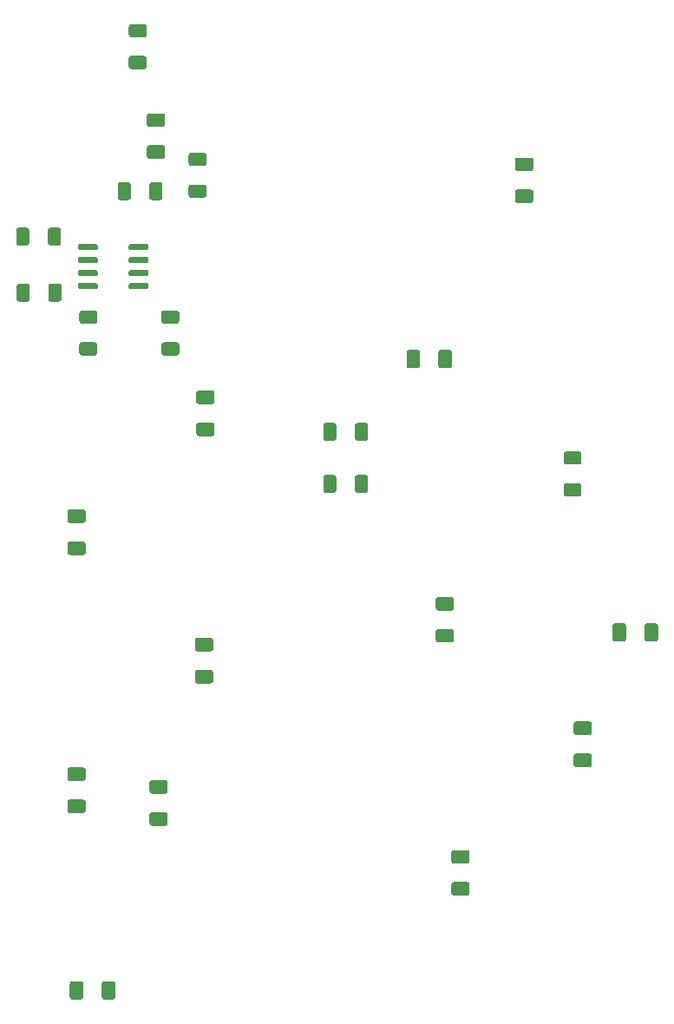
<source format=gbr>
%TF.GenerationSoftware,KiCad,Pcbnew,5.1.10-88a1d61d58~90~ubuntu20.04.1*%
%TF.CreationDate,2021-08-12T20:42:09+10:00*%
%TF.ProjectId,LaserPID,4c617365-7250-4494-942e-6b696361645f,rev?*%
%TF.SameCoordinates,Original*%
%TF.FileFunction,Paste,Top*%
%TF.FilePolarity,Positive*%
%FSLAX46Y46*%
G04 Gerber Fmt 4.6, Leading zero omitted, Abs format (unit mm)*
G04 Created by KiCad (PCBNEW 5.1.10-88a1d61d58~90~ubuntu20.04.1) date 2021-08-12 20:42:09*
%MOMM*%
%LPD*%
G01*
G04 APERTURE LIST*
G04 APERTURE END LIST*
%TO.C,C4*%
G36*
G01*
X773318002Y-108612500D02*
X772017998Y-108612500D01*
G75*
G02*
X771768000Y-108362502I0J249998D01*
G01*
X771768000Y-107537498D01*
G75*
G02*
X772017998Y-107287500I249998J0D01*
G01*
X773318002Y-107287500D01*
G75*
G02*
X773568000Y-107537498I0J-249998D01*
G01*
X773568000Y-108362502D01*
G75*
G02*
X773318002Y-108612500I-249998J0D01*
G01*
G37*
G36*
G01*
X773318002Y-111737500D02*
X772017998Y-111737500D01*
G75*
G02*
X771768000Y-111487502I0J249998D01*
G01*
X771768000Y-110662498D01*
G75*
G02*
X772017998Y-110412500I249998J0D01*
G01*
X773318002Y-110412500D01*
G75*
G02*
X773568000Y-110662498I0J-249998D01*
G01*
X773568000Y-111487502D01*
G75*
G02*
X773318002Y-111737500I-249998J0D01*
G01*
G37*
%TD*%
%TO.C,C5*%
G36*
G01*
X784463998Y-94637500D02*
X785764002Y-94637500D01*
G75*
G02*
X786014000Y-94887498I0J-249998D01*
G01*
X786014000Y-95712502D01*
G75*
G02*
X785764002Y-95962500I-249998J0D01*
G01*
X784463998Y-95962500D01*
G75*
G02*
X784214000Y-95712502I0J249998D01*
G01*
X784214000Y-94887498D01*
G75*
G02*
X784463998Y-94637500I249998J0D01*
G01*
G37*
G36*
G01*
X784463998Y-97762500D02*
X785764002Y-97762500D01*
G75*
G02*
X786014000Y-98012498I0J-249998D01*
G01*
X786014000Y-98837502D01*
G75*
G02*
X785764002Y-99087500I-249998J0D01*
G01*
X784463998Y-99087500D01*
G75*
G02*
X784214000Y-98837502I0J249998D01*
G01*
X784214000Y-98012498D01*
G75*
G02*
X784463998Y-97762500I249998J0D01*
G01*
G37*
%TD*%
%TO.C,C7*%
G36*
G01*
X773318002Y-83428000D02*
X772017998Y-83428000D01*
G75*
G02*
X771768000Y-83178002I0J249998D01*
G01*
X771768000Y-82352998D01*
G75*
G02*
X772017998Y-82103000I249998J0D01*
G01*
X773318002Y-82103000D01*
G75*
G02*
X773568000Y-82352998I0J-249998D01*
G01*
X773568000Y-83178002D01*
G75*
G02*
X773318002Y-83428000I-249998J0D01*
G01*
G37*
G36*
G01*
X773318002Y-86553000D02*
X772017998Y-86553000D01*
G75*
G02*
X771768000Y-86303002I0J249998D01*
G01*
X771768000Y-85477998D01*
G75*
G02*
X772017998Y-85228000I249998J0D01*
G01*
X773318002Y-85228000D01*
G75*
G02*
X773568000Y-85477998I0J-249998D01*
G01*
X773568000Y-86303002D01*
G75*
G02*
X773318002Y-86553000I-249998J0D01*
G01*
G37*
%TD*%
%TO.C,C8*%
G36*
G01*
X784590998Y-70507500D02*
X785891002Y-70507500D01*
G75*
G02*
X786141000Y-70757498I0J-249998D01*
G01*
X786141000Y-71582502D01*
G75*
G02*
X785891002Y-71832500I-249998J0D01*
G01*
X784590998Y-71832500D01*
G75*
G02*
X784341000Y-71582502I0J249998D01*
G01*
X784341000Y-70757498D01*
G75*
G02*
X784590998Y-70507500I249998J0D01*
G01*
G37*
G36*
G01*
X784590998Y-73632500D02*
X785891002Y-73632500D01*
G75*
G02*
X786141000Y-73882498I0J-249998D01*
G01*
X786141000Y-74707502D01*
G75*
G02*
X785891002Y-74957500I-249998J0D01*
G01*
X784590998Y-74957500D01*
G75*
G02*
X784341000Y-74707502I0J249998D01*
G01*
X784341000Y-73882498D01*
G75*
G02*
X784590998Y-73632500I249998J0D01*
G01*
G37*
%TD*%
%TO.C,C9*%
G36*
G01*
X776455500Y-128381998D02*
X776455500Y-129682002D01*
G75*
G02*
X776205502Y-129932000I-249998J0D01*
G01*
X775380498Y-129932000D01*
G75*
G02*
X775130500Y-129682002I0J249998D01*
G01*
X775130500Y-128381998D01*
G75*
G02*
X775380498Y-128132000I249998J0D01*
G01*
X776205502Y-128132000D01*
G75*
G02*
X776455500Y-128381998I0J-249998D01*
G01*
G37*
G36*
G01*
X773330500Y-128381998D02*
X773330500Y-129682002D01*
G75*
G02*
X773080502Y-129932000I-249998J0D01*
G01*
X772255498Y-129932000D01*
G75*
G02*
X772005500Y-129682002I0J249998D01*
G01*
X772005500Y-128381998D01*
G75*
G02*
X772255498Y-128132000I249998J0D01*
G01*
X773080502Y-128132000D01*
G75*
G02*
X773330500Y-128381998I0J-249998D01*
G01*
G37*
%TD*%
%TO.C,C10*%
G36*
G01*
X780018998Y-111644000D02*
X781319002Y-111644000D01*
G75*
G02*
X781569000Y-111893998I0J-249998D01*
G01*
X781569000Y-112719002D01*
G75*
G02*
X781319002Y-112969000I-249998J0D01*
G01*
X780018998Y-112969000D01*
G75*
G02*
X779769000Y-112719002I0J249998D01*
G01*
X779769000Y-111893998D01*
G75*
G02*
X780018998Y-111644000I249998J0D01*
G01*
G37*
G36*
G01*
X780018998Y-108519000D02*
X781319002Y-108519000D01*
G75*
G02*
X781569000Y-108768998I0J-249998D01*
G01*
X781569000Y-109594002D01*
G75*
G02*
X781319002Y-109844000I-249998J0D01*
G01*
X780018998Y-109844000D01*
G75*
G02*
X779769000Y-109594002I0J249998D01*
G01*
X779769000Y-108768998D01*
G75*
G02*
X780018998Y-108519000I249998J0D01*
G01*
G37*
%TD*%
%TO.C,C11*%
G36*
G01*
X804860000Y-68087002D02*
X804860000Y-66786998D01*
G75*
G02*
X805109998Y-66537000I249998J0D01*
G01*
X805935002Y-66537000D01*
G75*
G02*
X806185000Y-66786998I0J-249998D01*
G01*
X806185000Y-68087002D01*
G75*
G02*
X805935002Y-68337000I-249998J0D01*
G01*
X805109998Y-68337000D01*
G75*
G02*
X804860000Y-68087002I0J249998D01*
G01*
G37*
G36*
G01*
X807985000Y-68087002D02*
X807985000Y-66786998D01*
G75*
G02*
X808234998Y-66537000I249998J0D01*
G01*
X809060002Y-66537000D01*
G75*
G02*
X809310000Y-66786998I0J-249998D01*
G01*
X809310000Y-68087002D01*
G75*
G02*
X809060002Y-68337000I-249998J0D01*
G01*
X808234998Y-68337000D01*
G75*
G02*
X807985000Y-68087002I0J249998D01*
G01*
G37*
%TD*%
%TO.C,C12*%
G36*
G01*
X815705998Y-50899500D02*
X817006002Y-50899500D01*
G75*
G02*
X817256000Y-51149498I0J-249998D01*
G01*
X817256000Y-51974502D01*
G75*
G02*
X817006002Y-52224500I-249998J0D01*
G01*
X815705998Y-52224500D01*
G75*
G02*
X815456000Y-51974502I0J249998D01*
G01*
X815456000Y-51149498D01*
G75*
G02*
X815705998Y-50899500I249998J0D01*
G01*
G37*
G36*
G01*
X815705998Y-47774500D02*
X817006002Y-47774500D01*
G75*
G02*
X817256000Y-48024498I0J-249998D01*
G01*
X817256000Y-48849502D01*
G75*
G02*
X817006002Y-49099500I-249998J0D01*
G01*
X815705998Y-49099500D01*
G75*
G02*
X815456000Y-48849502I0J249998D01*
G01*
X815456000Y-48024498D01*
G75*
G02*
X815705998Y-47774500I249998J0D01*
G01*
G37*
%TD*%
%TO.C,C16*%
G36*
G01*
X810783002Y-116663500D02*
X809482998Y-116663500D01*
G75*
G02*
X809233000Y-116413502I0J249998D01*
G01*
X809233000Y-115588498D01*
G75*
G02*
X809482998Y-115338500I249998J0D01*
G01*
X810783002Y-115338500D01*
G75*
G02*
X811033000Y-115588498I0J-249998D01*
G01*
X811033000Y-116413502D01*
G75*
G02*
X810783002Y-116663500I-249998J0D01*
G01*
G37*
G36*
G01*
X810783002Y-119788500D02*
X809482998Y-119788500D01*
G75*
G02*
X809233000Y-119538502I0J249998D01*
G01*
X809233000Y-118713498D01*
G75*
G02*
X809482998Y-118463500I249998J0D01*
G01*
X810783002Y-118463500D01*
G75*
G02*
X811033000Y-118713498I0J-249998D01*
G01*
X811033000Y-119538502D01*
G75*
G02*
X810783002Y-119788500I-249998J0D01*
G01*
G37*
%TD*%
%TO.C,C17*%
G36*
G01*
X821420998Y-102804000D02*
X822721002Y-102804000D01*
G75*
G02*
X822971000Y-103053998I0J-249998D01*
G01*
X822971000Y-103879002D01*
G75*
G02*
X822721002Y-104129000I-249998J0D01*
G01*
X821420998Y-104129000D01*
G75*
G02*
X821171000Y-103879002I0J249998D01*
G01*
X821171000Y-103053998D01*
G75*
G02*
X821420998Y-102804000I249998J0D01*
G01*
G37*
G36*
G01*
X821420998Y-105929000D02*
X822721002Y-105929000D01*
G75*
G02*
X822971000Y-106178998I0J-249998D01*
G01*
X822971000Y-107004002D01*
G75*
G02*
X822721002Y-107254000I-249998J0D01*
G01*
X821420998Y-107254000D01*
G75*
G02*
X821171000Y-107004002I0J249998D01*
G01*
X821171000Y-106178998D01*
G75*
G02*
X821420998Y-105929000I249998J0D01*
G01*
G37*
%TD*%
%TO.C,C18*%
G36*
G01*
X829414500Y-93456998D02*
X829414500Y-94757002D01*
G75*
G02*
X829164502Y-95007000I-249998J0D01*
G01*
X828339498Y-95007000D01*
G75*
G02*
X828089500Y-94757002I0J249998D01*
G01*
X828089500Y-93456998D01*
G75*
G02*
X828339498Y-93207000I249998J0D01*
G01*
X829164502Y-93207000D01*
G75*
G02*
X829414500Y-93456998I0J-249998D01*
G01*
G37*
G36*
G01*
X826289500Y-93456998D02*
X826289500Y-94757002D01*
G75*
G02*
X826039502Y-95007000I-249998J0D01*
G01*
X825214498Y-95007000D01*
G75*
G02*
X824964500Y-94757002I0J249998D01*
G01*
X824964500Y-93456998D01*
G75*
G02*
X825214498Y-93207000I249998J0D01*
G01*
X826039502Y-93207000D01*
G75*
G02*
X826289500Y-93456998I0J-249998D01*
G01*
G37*
%TD*%
%TO.C,C19*%
G36*
G01*
X809259002Y-95100500D02*
X807958998Y-95100500D01*
G75*
G02*
X807709000Y-94850502I0J249998D01*
G01*
X807709000Y-94025498D01*
G75*
G02*
X807958998Y-93775500I249998J0D01*
G01*
X809259002Y-93775500D01*
G75*
G02*
X809509000Y-94025498I0J-249998D01*
G01*
X809509000Y-94850502D01*
G75*
G02*
X809259002Y-95100500I-249998J0D01*
G01*
G37*
G36*
G01*
X809259002Y-91975500D02*
X807958998Y-91975500D01*
G75*
G02*
X807709000Y-91725502I0J249998D01*
G01*
X807709000Y-90900498D01*
G75*
G02*
X807958998Y-90650500I249998J0D01*
G01*
X809259002Y-90650500D01*
G75*
G02*
X809509000Y-90900498I0J-249998D01*
G01*
X809509000Y-91725502D01*
G75*
G02*
X809259002Y-91975500I-249998J0D01*
G01*
G37*
%TD*%
%TO.C,C20*%
G36*
G01*
X779764998Y-46581500D02*
X781065002Y-46581500D01*
G75*
G02*
X781315000Y-46831498I0J-249998D01*
G01*
X781315000Y-47656502D01*
G75*
G02*
X781065002Y-47906500I-249998J0D01*
G01*
X779764998Y-47906500D01*
G75*
G02*
X779515000Y-47656502I0J249998D01*
G01*
X779515000Y-46831498D01*
G75*
G02*
X779764998Y-46581500I249998J0D01*
G01*
G37*
G36*
G01*
X779764998Y-43456500D02*
X781065002Y-43456500D01*
G75*
G02*
X781315000Y-43706498I0J-249998D01*
G01*
X781315000Y-44531502D01*
G75*
G02*
X781065002Y-44781500I-249998J0D01*
G01*
X779764998Y-44781500D01*
G75*
G02*
X779515000Y-44531502I0J249998D01*
G01*
X779515000Y-43706498D01*
G75*
G02*
X779764998Y-43456500I249998J0D01*
G01*
G37*
%TD*%
%TO.C,R1*%
G36*
G01*
X799831000Y-75174001D02*
X799831000Y-73923999D01*
G75*
G02*
X800080999Y-73674000I249999J0D01*
G01*
X800881001Y-73674000D01*
G75*
G02*
X801131000Y-73923999I0J-249999D01*
G01*
X801131000Y-75174001D01*
G75*
G02*
X800881001Y-75424000I-249999J0D01*
G01*
X800080999Y-75424000D01*
G75*
G02*
X799831000Y-75174001I0J249999D01*
G01*
G37*
G36*
G01*
X796731000Y-75174001D02*
X796731000Y-73923999D01*
G75*
G02*
X796980999Y-73674000I249999J0D01*
G01*
X797781001Y-73674000D01*
G75*
G02*
X798031000Y-73923999I0J-249999D01*
G01*
X798031000Y-75174001D01*
G75*
G02*
X797781001Y-75424000I-249999J0D01*
G01*
X796980999Y-75424000D01*
G75*
G02*
X796731000Y-75174001I0J249999D01*
G01*
G37*
%TD*%
%TO.C,R2*%
G36*
G01*
X801131000Y-79003999D02*
X801131000Y-80254001D01*
G75*
G02*
X800881001Y-80504000I-249999J0D01*
G01*
X800080999Y-80504000D01*
G75*
G02*
X799831000Y-80254001I0J249999D01*
G01*
X799831000Y-79003999D01*
G75*
G02*
X800080999Y-78754000I249999J0D01*
G01*
X800881001Y-78754000D01*
G75*
G02*
X801131000Y-79003999I0J-249999D01*
G01*
G37*
G36*
G01*
X798031000Y-79003999D02*
X798031000Y-80254001D01*
G75*
G02*
X797781001Y-80504000I-249999J0D01*
G01*
X796980999Y-80504000D01*
G75*
G02*
X796731000Y-80254001I0J249999D01*
G01*
X796731000Y-79003999D01*
G75*
G02*
X796980999Y-78754000I249999J0D01*
G01*
X797781001Y-78754000D01*
G75*
G02*
X798031000Y-79003999I0J-249999D01*
G01*
G37*
%TD*%
%TO.C,R5*%
G36*
G01*
X779262001Y-36057000D02*
X778011999Y-36057000D01*
G75*
G02*
X777762000Y-35807001I0J249999D01*
G01*
X777762000Y-35006999D01*
G75*
G02*
X778011999Y-34757000I249999J0D01*
G01*
X779262001Y-34757000D01*
G75*
G02*
X779512000Y-35006999I0J-249999D01*
G01*
X779512000Y-35807001D01*
G75*
G02*
X779262001Y-36057000I-249999J0D01*
G01*
G37*
G36*
G01*
X779262001Y-39157000D02*
X778011999Y-39157000D01*
G75*
G02*
X777762000Y-38907001I0J249999D01*
G01*
X777762000Y-38106999D01*
G75*
G02*
X778011999Y-37857000I249999J0D01*
G01*
X779262001Y-37857000D01*
G75*
G02*
X779512000Y-38106999I0J-249999D01*
G01*
X779512000Y-38907001D01*
G75*
G02*
X779262001Y-39157000I-249999J0D01*
G01*
G37*
%TD*%
%TO.C,R7*%
G36*
G01*
X768111000Y-60334999D02*
X768111000Y-61585001D01*
G75*
G02*
X767861001Y-61835000I-249999J0D01*
G01*
X767060999Y-61835000D01*
G75*
G02*
X766811000Y-61585001I0J249999D01*
G01*
X766811000Y-60334999D01*
G75*
G02*
X767060999Y-60085000I249999J0D01*
G01*
X767861001Y-60085000D01*
G75*
G02*
X768111000Y-60334999I0J-249999D01*
G01*
G37*
G36*
G01*
X771211000Y-60334999D02*
X771211000Y-61585001D01*
G75*
G02*
X770961001Y-61835000I-249999J0D01*
G01*
X770160999Y-61835000D01*
G75*
G02*
X769911000Y-61585001I0J249999D01*
G01*
X769911000Y-60334999D01*
G75*
G02*
X770160999Y-60085000I249999J0D01*
G01*
X770961001Y-60085000D01*
G75*
G02*
X771211000Y-60334999I0J-249999D01*
G01*
G37*
%TD*%
%TO.C,R8*%
G36*
G01*
X821706001Y-80839000D02*
X820455999Y-80839000D01*
G75*
G02*
X820206000Y-80589001I0J249999D01*
G01*
X820206000Y-79788999D01*
G75*
G02*
X820455999Y-79539000I249999J0D01*
G01*
X821706001Y-79539000D01*
G75*
G02*
X821956000Y-79788999I0J-249999D01*
G01*
X821956000Y-80589001D01*
G75*
G02*
X821706001Y-80839000I-249999J0D01*
G01*
G37*
G36*
G01*
X821706001Y-77739000D02*
X820455999Y-77739000D01*
G75*
G02*
X820206000Y-77489001I0J249999D01*
G01*
X820206000Y-76688999D01*
G75*
G02*
X820455999Y-76439000I249999J0D01*
G01*
X821706001Y-76439000D01*
G75*
G02*
X821956000Y-76688999I0J-249999D01*
G01*
X821956000Y-77489001D01*
G75*
G02*
X821706001Y-77739000I-249999J0D01*
G01*
G37*
%TD*%
%TO.C,R9*%
G36*
G01*
X779765000Y-51679001D02*
X779765000Y-50428999D01*
G75*
G02*
X780014999Y-50179000I249999J0D01*
G01*
X780815001Y-50179000D01*
G75*
G02*
X781065000Y-50428999I0J-249999D01*
G01*
X781065000Y-51679001D01*
G75*
G02*
X780815001Y-51929000I-249999J0D01*
G01*
X780014999Y-51929000D01*
G75*
G02*
X779765000Y-51679001I0J249999D01*
G01*
G37*
G36*
G01*
X776665000Y-51679001D02*
X776665000Y-50428999D01*
G75*
G02*
X776914999Y-50179000I249999J0D01*
G01*
X777715001Y-50179000D01*
G75*
G02*
X777965000Y-50428999I0J-249999D01*
G01*
X777965000Y-51679001D01*
G75*
G02*
X777715001Y-51929000I-249999J0D01*
G01*
X776914999Y-51929000D01*
G75*
G02*
X776665000Y-51679001I0J249999D01*
G01*
G37*
%TD*%
%TO.C,R10*%
G36*
G01*
X783853999Y-47304000D02*
X785104001Y-47304000D01*
G75*
G02*
X785354000Y-47553999I0J-249999D01*
G01*
X785354000Y-48354001D01*
G75*
G02*
X785104001Y-48604000I-249999J0D01*
G01*
X783853999Y-48604000D01*
G75*
G02*
X783604000Y-48354001I0J249999D01*
G01*
X783604000Y-47553999D01*
G75*
G02*
X783853999Y-47304000I249999J0D01*
G01*
G37*
G36*
G01*
X783853999Y-50404000D02*
X785104001Y-50404000D01*
G75*
G02*
X785354000Y-50653999I0J-249999D01*
G01*
X785354000Y-51454001D01*
G75*
G02*
X785104001Y-51704000I-249999J0D01*
G01*
X783853999Y-51704000D01*
G75*
G02*
X783604000Y-51454001I0J249999D01*
G01*
X783604000Y-50653999D01*
G75*
G02*
X783853999Y-50404000I249999J0D01*
G01*
G37*
%TD*%
%TO.C,R11*%
G36*
G01*
X782437001Y-67097000D02*
X781186999Y-67097000D01*
G75*
G02*
X780937000Y-66847001I0J249999D01*
G01*
X780937000Y-66046999D01*
G75*
G02*
X781186999Y-65797000I249999J0D01*
G01*
X782437001Y-65797000D01*
G75*
G02*
X782687000Y-66046999I0J-249999D01*
G01*
X782687000Y-66847001D01*
G75*
G02*
X782437001Y-67097000I-249999J0D01*
G01*
G37*
G36*
G01*
X782437001Y-63997000D02*
X781186999Y-63997000D01*
G75*
G02*
X780937000Y-63747001I0J249999D01*
G01*
X780937000Y-62946999D01*
G75*
G02*
X781186999Y-62697000I249999J0D01*
G01*
X782437001Y-62697000D01*
G75*
G02*
X782687000Y-62946999I0J-249999D01*
G01*
X782687000Y-63747001D01*
G75*
G02*
X782437001Y-63997000I-249999J0D01*
G01*
G37*
%TD*%
%TO.C,R12*%
G36*
G01*
X774436001Y-63997000D02*
X773185999Y-63997000D01*
G75*
G02*
X772936000Y-63747001I0J249999D01*
G01*
X772936000Y-62946999D01*
G75*
G02*
X773185999Y-62697000I249999J0D01*
G01*
X774436001Y-62697000D01*
G75*
G02*
X774686000Y-62946999I0J-249999D01*
G01*
X774686000Y-63747001D01*
G75*
G02*
X774436001Y-63997000I-249999J0D01*
G01*
G37*
G36*
G01*
X774436001Y-67097000D02*
X773185999Y-67097000D01*
G75*
G02*
X772936000Y-66847001I0J249999D01*
G01*
X772936000Y-66046999D01*
G75*
G02*
X773185999Y-65797000I249999J0D01*
G01*
X774436001Y-65797000D01*
G75*
G02*
X774686000Y-66046999I0J-249999D01*
G01*
X774686000Y-66847001D01*
G75*
G02*
X774436001Y-67097000I-249999J0D01*
G01*
G37*
%TD*%
%TO.C,R13*%
G36*
G01*
X771159000Y-54873999D02*
X771159000Y-56124001D01*
G75*
G02*
X770909001Y-56374000I-249999J0D01*
G01*
X770108999Y-56374000D01*
G75*
G02*
X769859000Y-56124001I0J249999D01*
G01*
X769859000Y-54873999D01*
G75*
G02*
X770108999Y-54624000I249999J0D01*
G01*
X770909001Y-54624000D01*
G75*
G02*
X771159000Y-54873999I0J-249999D01*
G01*
G37*
G36*
G01*
X768059000Y-54873999D02*
X768059000Y-56124001D01*
G75*
G02*
X767809001Y-56374000I-249999J0D01*
G01*
X767008999Y-56374000D01*
G75*
G02*
X766759000Y-56124001I0J249999D01*
G01*
X766759000Y-54873999D01*
G75*
G02*
X767008999Y-54624000I249999J0D01*
G01*
X767809001Y-54624000D01*
G75*
G02*
X768059000Y-54873999I0J-249999D01*
G01*
G37*
%TD*%
%TO.C,U7*%
G36*
G01*
X779674000Y-60175000D02*
X779674000Y-60475000D01*
G75*
G02*
X779524000Y-60625000I-150000J0D01*
G01*
X777874000Y-60625000D01*
G75*
G02*
X777724000Y-60475000I0J150000D01*
G01*
X777724000Y-60175000D01*
G75*
G02*
X777874000Y-60025000I150000J0D01*
G01*
X779524000Y-60025000D01*
G75*
G02*
X779674000Y-60175000I0J-150000D01*
G01*
G37*
G36*
G01*
X779674000Y-58905000D02*
X779674000Y-59205000D01*
G75*
G02*
X779524000Y-59355000I-150000J0D01*
G01*
X777874000Y-59355000D01*
G75*
G02*
X777724000Y-59205000I0J150000D01*
G01*
X777724000Y-58905000D01*
G75*
G02*
X777874000Y-58755000I150000J0D01*
G01*
X779524000Y-58755000D01*
G75*
G02*
X779674000Y-58905000I0J-150000D01*
G01*
G37*
G36*
G01*
X779674000Y-57635000D02*
X779674000Y-57935000D01*
G75*
G02*
X779524000Y-58085000I-150000J0D01*
G01*
X777874000Y-58085000D01*
G75*
G02*
X777724000Y-57935000I0J150000D01*
G01*
X777724000Y-57635000D01*
G75*
G02*
X777874000Y-57485000I150000J0D01*
G01*
X779524000Y-57485000D01*
G75*
G02*
X779674000Y-57635000I0J-150000D01*
G01*
G37*
G36*
G01*
X779674000Y-56365000D02*
X779674000Y-56665000D01*
G75*
G02*
X779524000Y-56815000I-150000J0D01*
G01*
X777874000Y-56815000D01*
G75*
G02*
X777724000Y-56665000I0J150000D01*
G01*
X777724000Y-56365000D01*
G75*
G02*
X777874000Y-56215000I150000J0D01*
G01*
X779524000Y-56215000D01*
G75*
G02*
X779674000Y-56365000I0J-150000D01*
G01*
G37*
G36*
G01*
X774724000Y-56365000D02*
X774724000Y-56665000D01*
G75*
G02*
X774574000Y-56815000I-150000J0D01*
G01*
X772924000Y-56815000D01*
G75*
G02*
X772774000Y-56665000I0J150000D01*
G01*
X772774000Y-56365000D01*
G75*
G02*
X772924000Y-56215000I150000J0D01*
G01*
X774574000Y-56215000D01*
G75*
G02*
X774724000Y-56365000I0J-150000D01*
G01*
G37*
G36*
G01*
X774724000Y-57635000D02*
X774724000Y-57935000D01*
G75*
G02*
X774574000Y-58085000I-150000J0D01*
G01*
X772924000Y-58085000D01*
G75*
G02*
X772774000Y-57935000I0J150000D01*
G01*
X772774000Y-57635000D01*
G75*
G02*
X772924000Y-57485000I150000J0D01*
G01*
X774574000Y-57485000D01*
G75*
G02*
X774724000Y-57635000I0J-150000D01*
G01*
G37*
G36*
G01*
X774724000Y-58905000D02*
X774724000Y-59205000D01*
G75*
G02*
X774574000Y-59355000I-150000J0D01*
G01*
X772924000Y-59355000D01*
G75*
G02*
X772774000Y-59205000I0J150000D01*
G01*
X772774000Y-58905000D01*
G75*
G02*
X772924000Y-58755000I150000J0D01*
G01*
X774574000Y-58755000D01*
G75*
G02*
X774724000Y-58905000I0J-150000D01*
G01*
G37*
G36*
G01*
X774724000Y-60175000D02*
X774724000Y-60475000D01*
G75*
G02*
X774574000Y-60625000I-150000J0D01*
G01*
X772924000Y-60625000D01*
G75*
G02*
X772774000Y-60475000I0J150000D01*
G01*
X772774000Y-60175000D01*
G75*
G02*
X772924000Y-60025000I150000J0D01*
G01*
X774574000Y-60025000D01*
G75*
G02*
X774724000Y-60175000I0J-150000D01*
G01*
G37*
%TD*%
M02*

</source>
